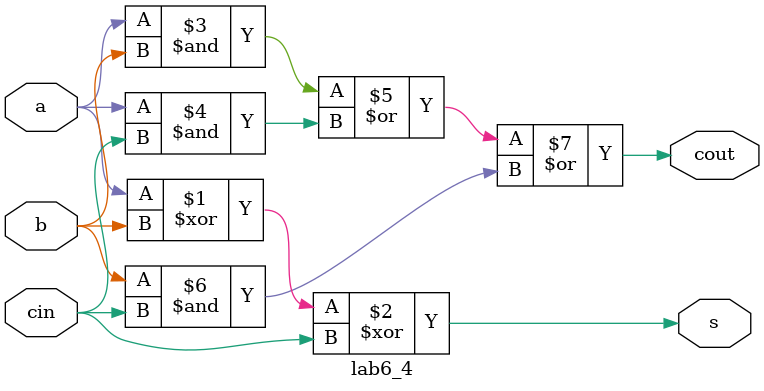
<source format=v>
`timescale 1ns / 1ps
module lab6_4(input a, b, cin, output cout, s);
assign s = a ^ b ^ cin;
assign cout = (a & b) | (a & cin) | (b & cin);
endmodule

</source>
